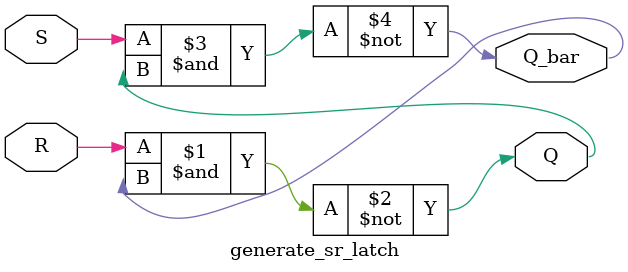
<source format=v>
module generate_sr_latch(Q, Q_bar, S, R);
  input S, R;
  output Q, Q_bar;

  // translated from the NAND ciruit diagram
  assign Q = ~(R & Q_bar);
  assign Q_bar = ~(S & Q);
endmodule

</source>
